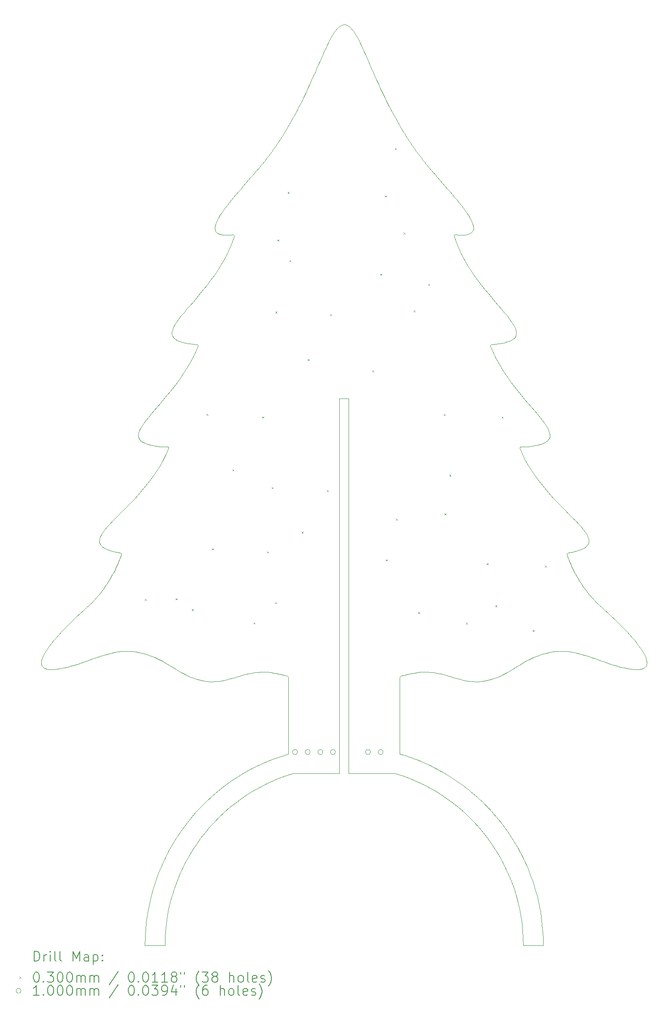
<source format=gbr>
%TF.GenerationSoftware,KiCad,Pcbnew,8.0.6*%
%TF.CreationDate,2024-11-23T10:48:38+01:00*%
%TF.ProjectId,ChristmasTree,43687269-7374-46d6-9173-547265652e6b,rev?*%
%TF.SameCoordinates,Original*%
%TF.FileFunction,Drillmap*%
%TF.FilePolarity,Positive*%
%FSLAX45Y45*%
G04 Gerber Fmt 4.5, Leading zero omitted, Abs format (unit mm)*
G04 Created by KiCad (PCBNEW 8.0.6) date 2024-11-23 10:48:38*
%MOMM*%
%LPD*%
G01*
G04 APERTURE LIST*
%ADD10C,0.100000*%
%ADD11C,0.200000*%
G04 APERTURE END LIST*
D10*
X14473817Y-12693140D02*
X14484143Y-12691380D01*
X14490388Y-12690314D01*
X15694412Y-15007000D02*
X15763566Y-15017272D01*
X15825114Y-15022857D01*
X15879262Y-15023909D01*
X15926216Y-15020582D01*
X15966182Y-15013029D01*
X15999364Y-15001405D01*
X16025970Y-14985864D01*
X16046205Y-14966560D01*
X16060274Y-14943647D01*
X16068383Y-14917279D01*
X16070738Y-14887609D01*
X16067544Y-14854792D01*
X16059009Y-14818982D01*
X16045336Y-14780333D01*
X16026732Y-14738999D01*
X16003403Y-14695134D01*
X15975554Y-14648891D01*
X15943391Y-14600426D01*
X15907120Y-14549891D01*
X15866946Y-14497441D01*
X15823076Y-14443230D01*
X15775715Y-14387413D01*
X15725068Y-14330142D01*
X15671342Y-14271572D01*
X15614742Y-14211856D01*
X15555475Y-14151150D01*
X15493744Y-14089607D01*
X15429757Y-14027381D01*
X15363720Y-13964626D01*
X15295837Y-13901495D01*
X15226315Y-13838144D01*
X15155359Y-13774726D01*
X11556342Y-4791617D02*
X11539745Y-4770038D01*
X11523293Y-4748430D01*
X11506983Y-4726795D01*
X11490815Y-4705135D01*
X11474788Y-4683450D01*
X11458901Y-4661745D01*
X11443154Y-4640019D01*
X11427545Y-4618276D01*
X11412073Y-4596517D01*
X11396738Y-4574743D01*
X11381539Y-4552957D01*
X11366475Y-4531161D01*
X11351544Y-4509357D01*
X11336746Y-4487545D01*
X11322081Y-4465729D01*
X11307546Y-4443910D01*
X11293141Y-4422090D01*
X11278866Y-4400271D01*
X11264720Y-4378454D01*
X11250700Y-4356642D01*
X11236808Y-4334836D01*
X11223041Y-4313039D01*
X11209398Y-4291252D01*
X11195880Y-4269477D01*
X11182484Y-4247715D01*
X11169211Y-4225970D01*
X11156058Y-4204242D01*
X11143026Y-4182534D01*
X11130113Y-4160847D01*
X11117319Y-4139183D01*
X11104642Y-4117545D01*
X11092081Y-4095933D01*
X13690990Y-10558836D02*
X13790835Y-10546286D01*
X13876291Y-10530470D01*
X13947998Y-10511392D01*
X14006599Y-10489053D01*
X14052736Y-10463455D01*
X14087050Y-10434601D01*
X14110183Y-10402493D01*
X14122777Y-10367133D01*
X14125473Y-10328524D01*
X14118913Y-10286669D01*
X14103740Y-10241568D01*
X14080594Y-10193226D01*
X14050118Y-10141643D01*
X14012954Y-10086823D01*
X13969742Y-10028767D01*
X13921125Y-9967478D01*
X13867745Y-9902958D01*
X13810243Y-9835210D01*
X13749261Y-9764236D01*
X13685442Y-9690038D01*
X13619425Y-9612618D01*
X13551855Y-9531979D01*
X13483371Y-9448123D01*
X13414616Y-9361053D01*
X13346232Y-9270770D01*
X13278860Y-9177277D01*
X13213143Y-9080577D01*
X13149721Y-8980671D01*
X13089238Y-8877562D01*
X13032333Y-8771252D01*
X12979650Y-8661744D01*
X12931830Y-8549040D01*
X10086666Y-16715836D02*
X10086666Y-17104958D01*
X12931830Y-8549040D02*
X12929247Y-8538223D01*
X12930947Y-8527229D01*
X12937192Y-8518661D01*
X12947429Y-8513228D01*
X12956875Y-8511659D01*
X8877336Y-16715492D02*
X8722833Y-16763827D01*
X8571093Y-16818184D01*
X8422257Y-16878422D01*
X8276465Y-16944400D01*
X8133858Y-17015978D01*
X7994576Y-17093015D01*
X7858760Y-17175372D01*
X7726550Y-17262906D01*
X7598086Y-17355478D01*
X7473509Y-17452948D01*
X7352959Y-17555174D01*
X7236578Y-17662017D01*
X7124504Y-17773336D01*
X7016879Y-17888990D01*
X6913843Y-18008839D01*
X6815537Y-18132742D01*
X6722100Y-18260559D01*
X6633674Y-18392150D01*
X6550399Y-18527373D01*
X6472415Y-18666089D01*
X6399863Y-18808157D01*
X6332883Y-18953436D01*
X6271615Y-19101786D01*
X6216200Y-19253066D01*
X6166779Y-19407137D01*
X6123492Y-19563856D01*
X6086479Y-19723085D01*
X6055880Y-19884682D01*
X6031837Y-20048507D01*
X6014490Y-20214420D01*
X6003978Y-20382279D01*
X6000443Y-20551945D01*
X8437070Y-4791617D02*
X8429916Y-4800837D01*
X8422674Y-4810110D01*
X8415347Y-4819435D01*
X8407937Y-4828810D01*
X8400445Y-4838234D01*
X8392873Y-4847707D01*
X8385223Y-4857227D01*
X8377497Y-4866793D01*
X8369696Y-4876404D01*
X8361823Y-4886059D01*
X8353879Y-4895757D01*
X8345866Y-4905497D01*
X8337786Y-4915277D01*
X8329640Y-4925096D01*
X8321431Y-4934955D01*
X8313160Y-4944850D01*
X8304829Y-4954782D01*
X8296439Y-4964748D01*
X8287994Y-4974749D01*
X8279494Y-4984783D01*
X8270941Y-4994849D01*
X8262338Y-5004945D01*
X8253685Y-5015071D01*
X8244985Y-5025226D01*
X8236239Y-5035408D01*
X8227450Y-5045617D01*
X8218619Y-5055850D01*
X8209748Y-5066108D01*
X8200839Y-5076389D01*
X8191893Y-5086692D01*
X8182913Y-5097016D01*
X8173900Y-5107360D01*
X7790442Y-6344889D02*
X7748163Y-6466522D01*
X7699728Y-6584694D01*
X7645863Y-6699403D01*
X7587291Y-6810646D01*
X7524737Y-6918420D01*
X7458925Y-7022722D01*
X7390578Y-7123551D01*
X7320422Y-7220902D01*
X7249180Y-7314775D01*
X7177576Y-7405165D01*
X7106335Y-7492071D01*
X7036181Y-7575489D01*
X6967838Y-7655417D01*
X6902030Y-7731853D01*
X6839482Y-7804793D01*
X6780917Y-7874235D01*
X6727060Y-7940177D01*
X6678635Y-8002615D01*
X6636366Y-8061548D01*
X6600977Y-8116972D01*
X6573193Y-8168884D01*
X6553737Y-8217283D01*
X6543334Y-8262165D01*
X6542708Y-8303528D01*
X6552583Y-8341369D01*
X6573684Y-8375686D01*
X6606734Y-8406476D01*
X6652458Y-8433735D01*
X6711580Y-8457463D01*
X6784824Y-8477655D01*
X6872914Y-8494309D01*
X6976575Y-8507423D01*
X10034818Y-2110164D02*
X10024280Y-2107369D01*
X10013516Y-2105736D01*
X10003279Y-2104989D01*
X9996697Y-2104859D01*
X12202986Y-6344889D02*
X12201314Y-6334122D01*
X12203852Y-6323788D01*
X12211934Y-6315707D01*
X12222861Y-6312625D01*
X12230476Y-6312797D01*
X7036900Y-8511659D02*
X7047870Y-8513781D01*
X7057453Y-8519705D01*
X7063027Y-8528665D01*
X7064018Y-8539950D01*
X7061601Y-8549040D01*
X11142172Y-15152349D02*
X11156487Y-15148785D01*
X11170987Y-15145237D01*
X11185675Y-15141706D01*
X11200555Y-15138191D01*
X11215631Y-15134692D01*
X11230906Y-15131209D01*
X11246385Y-15127743D01*
X11262070Y-15124294D01*
X11277967Y-15120861D01*
X11294078Y-15117444D01*
X11310407Y-15114045D01*
X11326957Y-15110662D01*
X11343734Y-15107295D01*
X11360740Y-15103946D01*
X11377979Y-15100613D01*
X11395455Y-15097297D01*
X8878749Y-16715492D02*
X8877336Y-16715492D01*
X5523144Y-12732277D02*
X5511801Y-12763292D01*
X5499927Y-12794669D01*
X5487508Y-12826383D01*
X5474533Y-12858406D01*
X5460991Y-12890714D01*
X5446870Y-12923279D01*
X5432159Y-12956076D01*
X5416845Y-12989078D01*
X5400917Y-13022260D01*
X5384363Y-13055595D01*
X5367173Y-13089056D01*
X5349334Y-13122618D01*
X5330834Y-13156255D01*
X5311662Y-13189941D01*
X5291807Y-13223648D01*
X5271256Y-13257352D01*
X5249998Y-13291025D01*
X5228022Y-13324643D01*
X5205316Y-13358178D01*
X5181867Y-13391604D01*
X5157666Y-13424896D01*
X5132699Y-13458026D01*
X5106956Y-13490970D01*
X5080424Y-13523700D01*
X5053093Y-13556191D01*
X5024950Y-13588416D01*
X4995983Y-13620350D01*
X4966182Y-13651966D01*
X4935535Y-13683237D01*
X4904029Y-13714139D01*
X4871654Y-13744643D01*
X4838397Y-13774726D01*
X6447065Y-10563419D02*
X6458028Y-10564424D01*
X6467606Y-10569250D01*
X6473613Y-10578742D01*
X6473901Y-10589755D01*
X6471750Y-10596904D01*
X12956875Y-8511659D02*
X12967698Y-8511183D01*
X12978727Y-8510557D01*
X12989949Y-8509785D01*
X13001353Y-8508868D01*
X13012926Y-8507808D01*
X13016819Y-8507423D01*
X4838397Y-13774726D02*
X4767410Y-13838144D01*
X4697859Y-13901495D01*
X4629949Y-13964626D01*
X4563885Y-14027381D01*
X4499875Y-14089607D01*
X4438122Y-14151150D01*
X4378834Y-14211856D01*
X4322215Y-14271572D01*
X4268472Y-14330142D01*
X4217809Y-14387413D01*
X4170433Y-14443230D01*
X4126550Y-14497441D01*
X4086364Y-14549891D01*
X4050083Y-14600426D01*
X4017910Y-14648891D01*
X3990053Y-14695134D01*
X3966716Y-14738999D01*
X3948105Y-14780333D01*
X3934427Y-14818982D01*
X3925886Y-14854792D01*
X3922689Y-14887609D01*
X3925040Y-14917279D01*
X3933146Y-14943647D01*
X3947213Y-14966560D01*
X3967446Y-14985864D01*
X3994050Y-15001405D01*
X4027232Y-15013029D01*
X4067197Y-15020582D01*
X4114150Y-15023909D01*
X4168298Y-15022857D01*
X4229846Y-15017272D01*
X4299000Y-15007000D01*
X11114648Y-15199616D02*
X11115375Y-15187838D01*
X11117780Y-15176739D01*
X11122193Y-15166919D01*
X11128948Y-15158978D01*
X11138377Y-15153515D01*
X11142172Y-15152349D01*
X9904627Y-16715492D02*
X9904627Y-9595039D01*
X6471750Y-10596904D02*
X6420560Y-10714895D01*
X6363512Y-10828985D01*
X6301329Y-10939228D01*
X6234730Y-11045672D01*
X6164436Y-11148369D01*
X6091169Y-11247370D01*
X6015647Y-11342726D01*
X5938593Y-11434486D01*
X5860726Y-11522703D01*
X5782768Y-11607426D01*
X5705438Y-11688707D01*
X5629459Y-11766596D01*
X5555549Y-11841144D01*
X5484430Y-11912402D01*
X5416822Y-11980421D01*
X5353447Y-12045251D01*
X5295024Y-12106943D01*
X5242275Y-12165548D01*
X5195919Y-12221117D01*
X5156678Y-12273701D01*
X5125272Y-12323349D01*
X5102422Y-12370114D01*
X5088848Y-12414045D01*
X5085271Y-12455195D01*
X5092412Y-12493612D01*
X5110991Y-12529349D01*
X5141729Y-12562455D01*
X5185347Y-12592982D01*
X5242564Y-12620981D01*
X5314103Y-12646502D01*
X5400683Y-12669596D01*
X5503025Y-12690314D01*
X5519611Y-12693140D02*
X5526709Y-12700731D01*
X5527697Y-12711263D01*
X5526353Y-12721183D01*
X5523144Y-12732277D01*
X13447558Y-14976994D02*
X13539912Y-14918315D01*
X13629285Y-14866495D01*
X13715833Y-14821233D01*
X13799710Y-14782227D01*
X13881073Y-14749177D01*
X13960076Y-14721780D01*
X14036874Y-14699736D01*
X14111623Y-14682743D01*
X14184478Y-14670500D01*
X14255594Y-14662706D01*
X14325127Y-14659059D01*
X14393231Y-14659259D01*
X14460062Y-14663004D01*
X14525775Y-14669992D01*
X14590526Y-14679923D01*
X14654469Y-14692494D01*
X14717759Y-14707406D01*
X14780553Y-14724356D01*
X14843005Y-14743044D01*
X14905271Y-14763168D01*
X14967505Y-14784426D01*
X15029863Y-14806518D01*
X15092500Y-14829142D01*
X15155572Y-14851997D01*
X15219234Y-14874782D01*
X15283640Y-14897195D01*
X15348946Y-14918935D01*
X15415308Y-14939702D01*
X15482880Y-14959192D01*
X15551818Y-14977107D01*
X15622277Y-14993143D01*
X15694412Y-15007000D01*
X8901331Y-4095933D02*
X8888773Y-4117545D01*
X8876101Y-4139183D01*
X8863312Y-4160847D01*
X8850406Y-4182534D01*
X8837382Y-4204242D01*
X8824239Y-4225970D01*
X8810976Y-4247715D01*
X8797591Y-4269477D01*
X8784084Y-4291252D01*
X8770452Y-4313039D01*
X8756697Y-4334836D01*
X8742815Y-4356642D01*
X8728806Y-4378454D01*
X8714670Y-4400271D01*
X8700404Y-4422090D01*
X8686008Y-4443910D01*
X8671481Y-4465729D01*
X8656822Y-4487545D01*
X8642028Y-4509357D01*
X8627101Y-4531161D01*
X8612037Y-4552957D01*
X8596837Y-4574743D01*
X8581499Y-4596517D01*
X8566022Y-4618276D01*
X8550405Y-4640019D01*
X8534646Y-4661745D01*
X8518746Y-4683450D01*
X8502702Y-4705135D01*
X8486513Y-4726795D01*
X8470179Y-4748430D01*
X8453699Y-4770038D01*
X8437070Y-4791617D01*
X14470269Y-12732277D02*
X14467057Y-12721183D01*
X14465710Y-12711263D01*
X14466698Y-12700732D01*
X14473817Y-12693140D01*
X9996697Y-2104859D02*
X9986234Y-2105191D01*
X9976201Y-2106187D01*
X9965799Y-2108098D01*
X9958613Y-2110164D01*
X14490388Y-12690314D02*
X14592728Y-12669596D01*
X14679307Y-12646502D01*
X14750844Y-12620981D01*
X14808060Y-12592982D01*
X14851677Y-12562455D01*
X14882414Y-12529349D01*
X14900992Y-12493612D01*
X14908132Y-12455195D01*
X14904554Y-12414045D01*
X14890980Y-12370114D01*
X14868129Y-12323349D01*
X14836723Y-12273701D01*
X14797481Y-12221117D01*
X14751125Y-12165548D01*
X14698376Y-12106943D01*
X14639953Y-12045251D01*
X14576577Y-11980421D01*
X14508970Y-11912402D01*
X14437851Y-11841144D01*
X14363941Y-11766596D01*
X14287962Y-11688707D01*
X14210633Y-11607426D01*
X14132675Y-11522703D01*
X14054809Y-11434486D01*
X13977756Y-11342726D01*
X13902235Y-11247370D01*
X13828969Y-11148369D01*
X13758676Y-11045672D01*
X13692079Y-10939228D01*
X13629897Y-10828985D01*
X13572851Y-10714895D01*
X13521662Y-10596904D01*
X7061601Y-8549040D02*
X7013777Y-8661744D01*
X6961091Y-8771252D01*
X6904184Y-8877562D01*
X6843697Y-8980671D01*
X6780273Y-9080577D01*
X6714553Y-9177277D01*
X6647180Y-9270770D01*
X6578794Y-9361053D01*
X6510037Y-9448123D01*
X6441552Y-9531979D01*
X6373980Y-9612618D01*
X6307962Y-9690038D01*
X6244141Y-9764236D01*
X6183159Y-9835210D01*
X6125656Y-9902958D01*
X6072276Y-9967478D01*
X6023658Y-10028767D01*
X5980447Y-10086823D01*
X5943282Y-10141643D01*
X5912806Y-10193226D01*
X5889660Y-10241568D01*
X5874487Y-10286669D01*
X5867929Y-10328524D01*
X5870626Y-10367133D01*
X5883220Y-10402493D01*
X5906354Y-10434601D01*
X5940669Y-10463455D01*
X5986807Y-10489053D01*
X6045409Y-10511392D01*
X6117118Y-10530470D01*
X6202575Y-10546286D01*
X6302422Y-10558836D01*
X11395455Y-15097297D02*
X11468361Y-15085597D01*
X11538404Y-15078406D01*
X11605815Y-15075325D01*
X11670821Y-15075954D01*
X11733655Y-15079893D01*
X11794544Y-15086744D01*
X11853718Y-15096105D01*
X11911408Y-15107577D01*
X11967843Y-15120761D01*
X12023252Y-15135256D01*
X12077865Y-15150664D01*
X12131911Y-15166584D01*
X12185621Y-15182616D01*
X12239224Y-15198362D01*
X12292950Y-15213420D01*
X12347028Y-15227392D01*
X12401687Y-15239878D01*
X12457158Y-15250477D01*
X12513671Y-15258791D01*
X12571454Y-15264419D01*
X12630737Y-15266962D01*
X12691751Y-15266021D01*
X12754724Y-15261194D01*
X12819886Y-15252083D01*
X12887468Y-15238289D01*
X12957698Y-15219410D01*
X13030806Y-15195048D01*
X13107022Y-15164802D01*
X13186576Y-15128274D01*
X13269696Y-15085063D01*
X13356614Y-15034769D01*
X13447558Y-14976994D01*
X13990506Y-20551945D02*
X13989620Y-20466960D01*
X13986973Y-20382406D01*
X13982584Y-20298300D01*
X13976470Y-20214660D01*
X13968647Y-20131505D01*
X13959134Y-20048851D01*
X13947947Y-19966716D01*
X13935105Y-19885119D01*
X13920625Y-19804075D01*
X13904524Y-19723604D01*
X13886820Y-19643722D01*
X13867530Y-19564448D01*
X13846671Y-19485799D01*
X13824262Y-19407793D01*
X13800319Y-19330446D01*
X13774860Y-19253778D01*
X13747902Y-19177805D01*
X13719463Y-19102545D01*
X13689561Y-19028016D01*
X13658212Y-18954236D01*
X13625434Y-18881221D01*
X13591245Y-18808990D01*
X13555662Y-18737560D01*
X13518703Y-18666950D01*
X13480385Y-18597176D01*
X13440725Y-18528256D01*
X13399741Y-18460208D01*
X13357450Y-18393049D01*
X13313870Y-18326798D01*
X13269018Y-18261471D01*
X13222912Y-18197086D01*
X13175569Y-18133662D01*
X11819512Y-5107360D02*
X11810532Y-5097016D01*
X11801583Y-5086692D01*
X11792666Y-5076389D01*
X11783783Y-5066108D01*
X11774936Y-5055850D01*
X11766128Y-5045617D01*
X11757359Y-5035408D01*
X11748631Y-5025226D01*
X11739947Y-5015071D01*
X11731308Y-5004945D01*
X11722716Y-4994849D01*
X11714173Y-4984783D01*
X11705681Y-4974749D01*
X11697240Y-4964748D01*
X11688855Y-4954782D01*
X11680525Y-4944850D01*
X11672252Y-4934955D01*
X11664040Y-4925096D01*
X11655889Y-4915277D01*
X11647801Y-4905497D01*
X11639779Y-4895757D01*
X11631823Y-4886059D01*
X11623936Y-4876404D01*
X11616119Y-4866793D01*
X11608375Y-4857227D01*
X11600705Y-4847707D01*
X11593111Y-4838234D01*
X11585594Y-4828810D01*
X11578157Y-4819435D01*
X11570802Y-4810110D01*
X11563530Y-4800837D01*
X11556342Y-4791617D01*
X6976575Y-8507423D02*
X6988207Y-8508529D01*
X6999692Y-8509492D01*
X7011029Y-8510312D01*
X7022217Y-8510987D01*
X7033254Y-8511516D01*
X7036900Y-8511659D01*
X6400487Y-20551945D02*
X6403561Y-20404003D01*
X6412711Y-20257197D01*
X6427827Y-20111676D01*
X6448799Y-19967583D01*
X6475519Y-19825066D01*
X6507878Y-19684269D01*
X6545766Y-19545338D01*
X6589074Y-19408420D01*
X6637693Y-19273660D01*
X6691513Y-19141203D01*
X6750426Y-19011195D01*
X6814321Y-18883783D01*
X6883091Y-18759112D01*
X6956625Y-18637327D01*
X7034815Y-18518575D01*
X7117551Y-18403000D01*
X7204723Y-18290750D01*
X7296224Y-18181969D01*
X7391943Y-18076803D01*
X7491771Y-17975399D01*
X7595600Y-17877901D01*
X7703319Y-17784456D01*
X7814819Y-17695209D01*
X7929993Y-17610306D01*
X8048729Y-17529893D01*
X8170919Y-17454116D01*
X8296454Y-17383119D01*
X8425224Y-17317050D01*
X8557120Y-17256054D01*
X8692034Y-17200276D01*
X8829855Y-17149862D01*
X8970475Y-17104958D01*
X8878749Y-15199616D02*
X8878749Y-16715492D01*
X6302422Y-10558836D02*
X6317083Y-10560209D01*
X6331507Y-10561367D01*
X6345697Y-10562318D01*
X6359656Y-10563066D01*
X6373387Y-10563621D01*
X6386895Y-10563987D01*
X6400181Y-10564173D01*
X6413251Y-10564185D01*
X6426106Y-10564030D01*
X6438750Y-10563714D01*
X6447065Y-10563419D01*
X13175569Y-18133662D02*
X13165056Y-18119926D01*
X13154485Y-18106235D01*
X13143857Y-18092591D01*
X13133171Y-18078993D01*
X13122428Y-18065441D01*
X13111628Y-18051936D01*
X13100770Y-18038478D01*
X13089855Y-18025067D01*
X13078884Y-18011704D01*
X13067856Y-17998388D01*
X13056771Y-17985121D01*
X13045630Y-17971902D01*
X13034432Y-17958732D01*
X13023178Y-17945610D01*
X13011868Y-17932538D01*
X13000502Y-17919515D01*
X12989081Y-17906542D01*
X12977603Y-17893618D01*
X12966071Y-17880745D01*
X12954482Y-17867922D01*
X12942839Y-17855150D01*
X12931140Y-17842429D01*
X12919386Y-17829759D01*
X12907578Y-17817141D01*
X12895714Y-17804575D01*
X12883796Y-17792060D01*
X12871824Y-17779598D01*
X12859797Y-17767189D01*
X12847716Y-17754832D01*
X12835580Y-17742528D01*
X12823391Y-17730278D01*
X12811148Y-17718082D01*
X10086666Y-17104958D02*
X11020803Y-17104958D01*
X9904627Y-9595039D02*
X10086666Y-9595039D01*
X11092081Y-4095933D02*
X11039612Y-4003589D01*
X10989172Y-3911855D01*
X10940686Y-3820865D01*
X10894075Y-3730754D01*
X10849261Y-3641656D01*
X10806167Y-3553706D01*
X10764715Y-3467038D01*
X10724828Y-3381786D01*
X10686427Y-3298085D01*
X10649435Y-3216069D01*
X10613774Y-3135873D01*
X10579367Y-3057631D01*
X10546135Y-2981478D01*
X10514002Y-2907548D01*
X10482890Y-2835975D01*
X10452720Y-2766894D01*
X10423415Y-2700439D01*
X10394897Y-2636744D01*
X10367090Y-2575945D01*
X10339914Y-2518175D01*
X10313292Y-2463569D01*
X10287148Y-2412261D01*
X10261402Y-2364387D01*
X10235977Y-2320079D01*
X10210795Y-2279472D01*
X10185780Y-2242702D01*
X10160853Y-2209902D01*
X10135936Y-2181207D01*
X10110951Y-2156751D01*
X10085822Y-2136669D01*
X10060470Y-2121095D01*
X10034818Y-2110164D01*
X9904627Y-17104958D02*
X9904627Y-16715492D01*
X4299000Y-15007000D02*
X4371136Y-14993143D01*
X4441598Y-14977107D01*
X4510541Y-14959192D01*
X4578119Y-14939702D01*
X4644488Y-14918935D01*
X4709803Y-14897195D01*
X4774219Y-14874782D01*
X4837890Y-14851997D01*
X4900973Y-14829142D01*
X4963621Y-14806518D01*
X5025990Y-14784426D01*
X5088236Y-14763168D01*
X5150512Y-14743044D01*
X5212974Y-14724356D01*
X5275777Y-14707406D01*
X5339076Y-14692494D01*
X5403027Y-14679923D01*
X5467783Y-14669992D01*
X5533501Y-14663004D01*
X5600335Y-14659259D01*
X5668440Y-14659059D01*
X5737971Y-14662706D01*
X5809084Y-14670500D01*
X5881933Y-14682743D01*
X5956673Y-14699736D01*
X6033460Y-14721780D01*
X6112448Y-14749177D01*
X6193793Y-14782227D01*
X6277649Y-14821233D01*
X6364171Y-14866495D01*
X6453515Y-14918315D01*
X6545836Y-14976994D01*
X8851584Y-15152349D02*
X8861825Y-15156852D01*
X8869331Y-15164034D01*
X8874427Y-15173294D01*
X8877433Y-15184033D01*
X8878673Y-15195652D01*
X8878749Y-15199616D01*
X13016819Y-8507423D02*
X13120481Y-8494309D01*
X13208573Y-8477655D01*
X13281817Y-8457463D01*
X13340940Y-8433735D01*
X13386665Y-8406476D01*
X13419716Y-8375686D01*
X13440817Y-8341369D01*
X13450693Y-8303528D01*
X13450067Y-8262165D01*
X13439665Y-8217283D01*
X13420210Y-8168884D01*
X13392426Y-8116972D01*
X13357037Y-8061548D01*
X13314768Y-8002615D01*
X13266344Y-7940177D01*
X13212487Y-7874235D01*
X13153923Y-7804793D01*
X13091375Y-7731853D01*
X13025567Y-7655417D01*
X12957225Y-7575489D01*
X12887072Y-7492071D01*
X12815832Y-7405165D01*
X12744230Y-7314775D01*
X12672989Y-7220902D01*
X12602834Y-7123551D01*
X12534489Y-7022722D01*
X12468678Y-6918420D01*
X12406126Y-6810646D01*
X12347557Y-6699403D01*
X12293694Y-6584694D01*
X12245262Y-6466522D01*
X12202986Y-6344889D01*
X13521662Y-10596904D02*
X13519077Y-10586393D01*
X13520757Y-10576021D01*
X13528160Y-10567503D01*
X13538787Y-10563742D01*
X13546364Y-10563419D01*
X10086666Y-9595039D02*
X10086666Y-16715836D01*
X11114648Y-16715836D02*
X11114648Y-15199616D01*
X8597939Y-15097297D02*
X8615416Y-15100613D01*
X8632657Y-15103946D01*
X8649666Y-15107295D01*
X8666448Y-15110662D01*
X8683006Y-15114045D01*
X8699346Y-15117444D01*
X8715470Y-15120861D01*
X8731383Y-15124294D01*
X8747089Y-15127743D01*
X8762592Y-15131209D01*
X8777897Y-15134692D01*
X8793007Y-15138191D01*
X8807927Y-15141706D01*
X8822660Y-15145237D01*
X8837211Y-15148785D01*
X8851584Y-15152349D01*
X7762918Y-6312797D02*
X7773990Y-6313083D01*
X7783962Y-6317303D01*
X7790741Y-6326460D01*
X7791962Y-6337537D01*
X7790442Y-6344889D01*
X5503025Y-12690314D02*
X5513370Y-12692043D01*
X5519611Y-12693140D01*
X12811148Y-17718082D02*
X12767062Y-17674927D01*
X12722316Y-17632452D01*
X12676919Y-17590666D01*
X12630880Y-17549577D01*
X12584205Y-17509194D01*
X12536905Y-17469524D01*
X12488987Y-17430576D01*
X12440460Y-17392358D01*
X12391332Y-17354878D01*
X12341611Y-17318146D01*
X12291305Y-17282169D01*
X12240424Y-17246955D01*
X12188974Y-17212513D01*
X12136966Y-17178852D01*
X12084406Y-17145979D01*
X12031303Y-17113902D01*
X11977666Y-17082631D01*
X11923503Y-17052173D01*
X11868822Y-17022537D01*
X11813632Y-16993731D01*
X11757941Y-16965764D01*
X11701756Y-16938643D01*
X11645088Y-16912377D01*
X11587943Y-16886975D01*
X11530331Y-16862444D01*
X11472259Y-16838794D01*
X11413736Y-16816031D01*
X11354771Y-16794166D01*
X11295371Y-16773205D01*
X11235545Y-16753157D01*
X11175301Y-16734032D01*
X11114648Y-16715836D01*
X9958613Y-2110164D02*
X9932989Y-2121095D01*
X9907662Y-2136669D01*
X9882555Y-2156751D01*
X9857589Y-2181207D01*
X9832687Y-2209902D01*
X9807771Y-2242702D01*
X9782765Y-2279472D01*
X9757591Y-2320079D01*
X9732170Y-2364387D01*
X9706427Y-2412261D01*
X9680282Y-2463569D01*
X9653658Y-2518175D01*
X9626479Y-2575945D01*
X9598666Y-2636744D01*
X9570142Y-2700439D01*
X9540830Y-2766894D01*
X9510652Y-2835975D01*
X9479529Y-2907548D01*
X9447386Y-2981478D01*
X9414144Y-3057631D01*
X9379726Y-3135873D01*
X9344055Y-3216069D01*
X9307052Y-3298085D01*
X9268640Y-3381786D01*
X9228742Y-3467038D01*
X9187281Y-3553706D01*
X9144178Y-3641656D01*
X9099356Y-3730754D01*
X9052738Y-3820865D01*
X9004247Y-3911855D01*
X8953803Y-4003589D01*
X8901331Y-4095933D01*
X12230476Y-6312797D02*
X12299906Y-6319519D01*
X12361084Y-6321738D01*
X12414303Y-6319618D01*
X12459859Y-6313321D01*
X12498045Y-6303013D01*
X12529156Y-6288858D01*
X12553486Y-6271019D01*
X12571331Y-6249660D01*
X12582984Y-6224945D01*
X12588740Y-6197038D01*
X12588894Y-6166103D01*
X12583740Y-6132304D01*
X12573572Y-6095805D01*
X12558686Y-6056770D01*
X12539375Y-6015363D01*
X12515934Y-5971748D01*
X12488657Y-5926088D01*
X12457840Y-5878548D01*
X12423776Y-5829292D01*
X12386760Y-5778483D01*
X12347087Y-5726285D01*
X12305051Y-5672863D01*
X12260946Y-5618381D01*
X12215067Y-5563001D01*
X12167709Y-5506889D01*
X12119165Y-5450209D01*
X12069732Y-5393123D01*
X12019702Y-5335796D01*
X11969370Y-5278393D01*
X11919032Y-5221076D01*
X11868981Y-5164011D01*
X11819512Y-5107360D01*
X6545836Y-14976994D02*
X6636780Y-15034769D01*
X6723697Y-15085063D01*
X6806818Y-15128274D01*
X6886372Y-15164802D01*
X6962588Y-15195048D01*
X7035696Y-15219410D01*
X7105926Y-15238289D01*
X7173507Y-15252083D01*
X7238670Y-15261194D01*
X7301643Y-15266021D01*
X7362657Y-15266962D01*
X7421940Y-15264419D01*
X7479723Y-15258791D01*
X7536235Y-15250477D01*
X7591706Y-15239878D01*
X7646366Y-15227392D01*
X7700444Y-15213420D01*
X7754169Y-15198362D01*
X7807772Y-15182616D01*
X7861482Y-15166584D01*
X7915529Y-15150664D01*
X7970142Y-15135256D01*
X8025551Y-15120761D01*
X8081986Y-15107577D01*
X8139675Y-15096105D01*
X8198850Y-15086744D01*
X8259739Y-15079893D01*
X8322572Y-15075954D01*
X8387579Y-15075325D01*
X8454990Y-15078406D01*
X8525033Y-15085597D01*
X8597939Y-15097297D01*
X11020803Y-17104958D02*
X11161392Y-17149926D01*
X11299186Y-17200398D01*
X11434073Y-17256229D01*
X11565945Y-17317271D01*
X11694692Y-17383382D01*
X11820206Y-17454413D01*
X11942377Y-17530221D01*
X12061095Y-17610659D01*
X12176251Y-17695582D01*
X12287737Y-17784845D01*
X12395442Y-17878302D01*
X12499258Y-17975807D01*
X12599075Y-18077215D01*
X12694783Y-18182380D01*
X12786275Y-18291157D01*
X12873439Y-18403400D01*
X12956168Y-18518964D01*
X13034351Y-18637703D01*
X13107880Y-18759472D01*
X13176645Y-18884125D01*
X13240537Y-19011516D01*
X13299446Y-19141501D01*
X13353264Y-19273933D01*
X13401880Y-19408667D01*
X13445186Y-19545557D01*
X13483073Y-19684458D01*
X13515431Y-19825225D01*
X13542150Y-19967712D01*
X13563123Y-20111772D01*
X13578238Y-20257262D01*
X13587388Y-20404035D01*
X13590462Y-20551945D01*
X15155359Y-13774726D02*
X15122070Y-13744643D01*
X15089664Y-13714139D01*
X15058130Y-13683237D01*
X15027457Y-13651966D01*
X14997631Y-13620350D01*
X14968643Y-13588416D01*
X14940479Y-13556191D01*
X14913129Y-13523700D01*
X14886580Y-13490970D01*
X14860821Y-13458026D01*
X14835840Y-13424896D01*
X14811626Y-13391604D01*
X14788167Y-13358178D01*
X14765450Y-13324643D01*
X14743465Y-13291025D01*
X14722200Y-13257352D01*
X14701642Y-13223648D01*
X14681781Y-13189941D01*
X14662604Y-13156255D01*
X14644100Y-13122618D01*
X14626257Y-13089056D01*
X14609063Y-13055595D01*
X14592507Y-13022260D01*
X14576578Y-12989078D01*
X14561262Y-12956076D01*
X14546549Y-12923279D01*
X14532427Y-12890714D01*
X14518884Y-12858406D01*
X14505908Y-12826383D01*
X14493488Y-12794669D01*
X14481612Y-12763292D01*
X14470269Y-12732277D01*
X13590462Y-20551945D02*
X13990506Y-20551945D01*
X8970475Y-17104958D02*
X9904627Y-17104958D01*
X8173900Y-5107360D02*
X8124461Y-5164011D01*
X8074437Y-5221076D01*
X8024121Y-5278393D01*
X7973809Y-5335796D01*
X7923795Y-5393123D01*
X7874374Y-5450209D01*
X7825841Y-5506889D01*
X7778490Y-5563001D01*
X7732616Y-5618381D01*
X7688513Y-5672863D01*
X7646477Y-5726285D01*
X7606802Y-5778483D01*
X7569783Y-5829292D01*
X7535714Y-5878548D01*
X7504889Y-5926088D01*
X7477605Y-5971748D01*
X7454155Y-6015363D01*
X7434834Y-6056770D01*
X7419937Y-6095805D01*
X7409759Y-6132304D01*
X7404593Y-6166103D01*
X7404735Y-6197038D01*
X7410480Y-6224945D01*
X7422122Y-6249660D01*
X7439956Y-6271019D01*
X7464276Y-6288858D01*
X7495378Y-6303013D01*
X7533555Y-6313321D01*
X7579103Y-6319618D01*
X7632317Y-6321738D01*
X7693490Y-6319519D01*
X7762918Y-6312797D01*
X6000443Y-20551945D02*
X6400487Y-20551945D01*
X13546364Y-10563419D02*
X13558869Y-10563835D01*
X13571581Y-10564096D01*
X13584504Y-10564195D01*
X13597641Y-10564126D01*
X13610998Y-10563880D01*
X13624576Y-10563453D01*
X13638380Y-10562835D01*
X13652414Y-10562021D01*
X13666682Y-10561003D01*
X13681186Y-10559775D01*
X13690990Y-10558836D01*
D11*
D10*
X6001000Y-13612000D02*
X6031000Y-13642000D01*
X6031000Y-13612000D02*
X6001000Y-13642000D01*
X6619000Y-13598000D02*
X6649000Y-13628000D01*
X6649000Y-13598000D02*
X6619000Y-13628000D01*
X6943000Y-13815000D02*
X6973000Y-13845000D01*
X6973000Y-13815000D02*
X6943000Y-13845000D01*
X7236000Y-9905000D02*
X7266000Y-9935000D01*
X7266000Y-9905000D02*
X7236000Y-9935000D01*
X7345000Y-12601000D02*
X7375000Y-12631000D01*
X7375000Y-12601000D02*
X7345000Y-12631000D01*
X7758000Y-11016000D02*
X7788000Y-11046000D01*
X7788000Y-11016000D02*
X7758000Y-11046000D01*
X8178000Y-14082000D02*
X8208000Y-14112000D01*
X8208000Y-14082000D02*
X8178000Y-14112000D01*
X8355000Y-9958000D02*
X8385000Y-9988000D01*
X8385000Y-9958000D02*
X8355000Y-9988000D01*
X8450000Y-12658000D02*
X8480000Y-12688000D01*
X8480000Y-12658000D02*
X8450000Y-12688000D01*
X8543000Y-11372000D02*
X8573000Y-11402000D01*
X8573000Y-11372000D02*
X8543000Y-11402000D01*
X8612000Y-13677000D02*
X8642000Y-13707000D01*
X8642000Y-13677000D02*
X8612000Y-13707000D01*
X8618000Y-7852000D02*
X8648000Y-7882000D01*
X8648000Y-7852000D02*
X8618000Y-7882000D01*
X8659000Y-6409000D02*
X8689000Y-6439000D01*
X8689000Y-6409000D02*
X8659000Y-6439000D01*
X8866000Y-5459000D02*
X8896000Y-5489000D01*
X8896000Y-5459000D02*
X8866000Y-5489000D01*
X8899000Y-6824000D02*
X8929000Y-6854000D01*
X8929000Y-6824000D02*
X8899000Y-6854000D01*
X9146000Y-12264000D02*
X9176000Y-12294000D01*
X9176000Y-12264000D02*
X9146000Y-12294000D01*
X9267000Y-8805000D02*
X9297000Y-8835000D01*
X9297000Y-8805000D02*
X9267000Y-8835000D01*
X9654000Y-11431000D02*
X9684000Y-11461000D01*
X9684000Y-11431000D02*
X9654000Y-11461000D01*
X9717000Y-7906000D02*
X9747000Y-7936000D01*
X9747000Y-7906000D02*
X9717000Y-7936000D01*
X10561000Y-9033000D02*
X10591000Y-9063000D01*
X10591000Y-9033000D02*
X10561000Y-9063000D01*
X10723000Y-7098000D02*
X10753000Y-7128000D01*
X10753000Y-7098000D02*
X10723000Y-7128000D01*
X10815000Y-5529000D02*
X10845000Y-5559000D01*
X10845000Y-5529000D02*
X10815000Y-5559000D01*
X10834000Y-12821000D02*
X10864000Y-12851000D01*
X10864000Y-12821000D02*
X10834000Y-12851000D01*
X11014000Y-4581000D02*
X11044000Y-4611000D01*
X11044000Y-4581000D02*
X11014000Y-4611000D01*
X11039000Y-12005000D02*
X11069000Y-12035000D01*
X11069000Y-12005000D02*
X11039000Y-12035000D01*
X11191000Y-6269000D02*
X11221000Y-6299000D01*
X11221000Y-6269000D02*
X11191000Y-6299000D01*
X11392000Y-7828000D02*
X11422000Y-7858000D01*
X11422000Y-7828000D02*
X11392000Y-7858000D01*
X11481000Y-13873000D02*
X11511000Y-13903000D01*
X11511000Y-13873000D02*
X11481000Y-13903000D01*
X11683000Y-7299000D02*
X11713000Y-7329000D01*
X11713000Y-7299000D02*
X11683000Y-7329000D01*
X11998000Y-9908000D02*
X12028000Y-9938000D01*
X12028000Y-9908000D02*
X11998000Y-9938000D01*
X12009000Y-11899000D02*
X12039000Y-11929000D01*
X12039000Y-11899000D02*
X12009000Y-11929000D01*
X12108000Y-11122000D02*
X12138000Y-11152000D01*
X12138000Y-11122000D02*
X12108000Y-11152000D01*
X12442000Y-14085000D02*
X12472000Y-14115000D01*
X12472000Y-14085000D02*
X12442000Y-14115000D01*
X12857000Y-12896000D02*
X12887000Y-12926000D01*
X12887000Y-12896000D02*
X12857000Y-12926000D01*
X13030000Y-13740000D02*
X13060000Y-13770000D01*
X13060000Y-13740000D02*
X13030000Y-13770000D01*
X13156000Y-9960000D02*
X13186000Y-9990000D01*
X13186000Y-9960000D02*
X13156000Y-9990000D01*
X13780000Y-14233000D02*
X13810000Y-14263000D01*
X13810000Y-14233000D02*
X13780000Y-14263000D01*
X14026000Y-12942000D02*
X14056000Y-12972000D01*
X14056000Y-12942000D02*
X14026000Y-12972000D01*
X9061000Y-16678000D02*
G75*
G02*
X8961000Y-16678000I-50000J0D01*
G01*
X8961000Y-16678000D02*
G75*
G02*
X9061000Y-16678000I50000J0D01*
G01*
X9315000Y-16678000D02*
G75*
G02*
X9215000Y-16678000I-50000J0D01*
G01*
X9215000Y-16678000D02*
G75*
G02*
X9315000Y-16678000I50000J0D01*
G01*
X9569000Y-16678000D02*
G75*
G02*
X9469000Y-16678000I-50000J0D01*
G01*
X9469000Y-16678000D02*
G75*
G02*
X9569000Y-16678000I50000J0D01*
G01*
X9823000Y-16678000D02*
G75*
G02*
X9723000Y-16678000I-50000J0D01*
G01*
X9723000Y-16678000D02*
G75*
G02*
X9823000Y-16678000I50000J0D01*
G01*
X10526000Y-16678000D02*
G75*
G02*
X10426000Y-16678000I-50000J0D01*
G01*
X10426000Y-16678000D02*
G75*
G02*
X10526000Y-16678000I50000J0D01*
G01*
X10780000Y-16678000D02*
G75*
G02*
X10680000Y-16678000I-50000J0D01*
G01*
X10680000Y-16678000D02*
G75*
G02*
X10780000Y-16678000I50000J0D01*
G01*
D11*
X3775842Y-20868429D02*
X3775842Y-20668429D01*
X3775842Y-20668429D02*
X3823461Y-20668429D01*
X3823461Y-20668429D02*
X3852032Y-20677953D01*
X3852032Y-20677953D02*
X3871080Y-20697001D01*
X3871080Y-20697001D02*
X3880604Y-20716048D01*
X3880604Y-20716048D02*
X3890127Y-20754143D01*
X3890127Y-20754143D02*
X3890127Y-20782715D01*
X3890127Y-20782715D02*
X3880604Y-20820810D01*
X3880604Y-20820810D02*
X3871080Y-20839858D01*
X3871080Y-20839858D02*
X3852032Y-20858905D01*
X3852032Y-20858905D02*
X3823461Y-20868429D01*
X3823461Y-20868429D02*
X3775842Y-20868429D01*
X3975842Y-20868429D02*
X3975842Y-20735096D01*
X3975842Y-20773191D02*
X3985366Y-20754143D01*
X3985366Y-20754143D02*
X3994889Y-20744620D01*
X3994889Y-20744620D02*
X4013937Y-20735096D01*
X4013937Y-20735096D02*
X4032985Y-20735096D01*
X4099651Y-20868429D02*
X4099651Y-20735096D01*
X4099651Y-20668429D02*
X4090127Y-20677953D01*
X4090127Y-20677953D02*
X4099651Y-20687477D01*
X4099651Y-20687477D02*
X4109175Y-20677953D01*
X4109175Y-20677953D02*
X4099651Y-20668429D01*
X4099651Y-20668429D02*
X4099651Y-20687477D01*
X4223461Y-20868429D02*
X4204413Y-20858905D01*
X4204413Y-20858905D02*
X4194889Y-20839858D01*
X4194889Y-20839858D02*
X4194889Y-20668429D01*
X4328223Y-20868429D02*
X4309175Y-20858905D01*
X4309175Y-20858905D02*
X4299651Y-20839858D01*
X4299651Y-20839858D02*
X4299651Y-20668429D01*
X4556794Y-20868429D02*
X4556794Y-20668429D01*
X4556794Y-20668429D02*
X4623461Y-20811286D01*
X4623461Y-20811286D02*
X4690128Y-20668429D01*
X4690128Y-20668429D02*
X4690128Y-20868429D01*
X4871080Y-20868429D02*
X4871080Y-20763667D01*
X4871080Y-20763667D02*
X4861556Y-20744620D01*
X4861556Y-20744620D02*
X4842509Y-20735096D01*
X4842509Y-20735096D02*
X4804413Y-20735096D01*
X4804413Y-20735096D02*
X4785366Y-20744620D01*
X4871080Y-20858905D02*
X4852032Y-20868429D01*
X4852032Y-20868429D02*
X4804413Y-20868429D01*
X4804413Y-20868429D02*
X4785366Y-20858905D01*
X4785366Y-20858905D02*
X4775842Y-20839858D01*
X4775842Y-20839858D02*
X4775842Y-20820810D01*
X4775842Y-20820810D02*
X4785366Y-20801762D01*
X4785366Y-20801762D02*
X4804413Y-20792239D01*
X4804413Y-20792239D02*
X4852032Y-20792239D01*
X4852032Y-20792239D02*
X4871080Y-20782715D01*
X4966318Y-20735096D02*
X4966318Y-20935096D01*
X4966318Y-20744620D02*
X4985366Y-20735096D01*
X4985366Y-20735096D02*
X5023461Y-20735096D01*
X5023461Y-20735096D02*
X5042509Y-20744620D01*
X5042509Y-20744620D02*
X5052032Y-20754143D01*
X5052032Y-20754143D02*
X5061556Y-20773191D01*
X5061556Y-20773191D02*
X5061556Y-20830334D01*
X5061556Y-20830334D02*
X5052032Y-20849381D01*
X5052032Y-20849381D02*
X5042509Y-20858905D01*
X5042509Y-20858905D02*
X5023461Y-20868429D01*
X5023461Y-20868429D02*
X4985366Y-20868429D01*
X4985366Y-20868429D02*
X4966318Y-20858905D01*
X5147270Y-20849381D02*
X5156794Y-20858905D01*
X5156794Y-20858905D02*
X5147270Y-20868429D01*
X5147270Y-20868429D02*
X5137747Y-20858905D01*
X5137747Y-20858905D02*
X5147270Y-20849381D01*
X5147270Y-20849381D02*
X5147270Y-20868429D01*
X5147270Y-20744620D02*
X5156794Y-20754143D01*
X5156794Y-20754143D02*
X5147270Y-20763667D01*
X5147270Y-20763667D02*
X5137747Y-20754143D01*
X5137747Y-20754143D02*
X5147270Y-20744620D01*
X5147270Y-20744620D02*
X5147270Y-20763667D01*
D10*
X3485065Y-21181945D02*
X3515065Y-21211945D01*
X3515065Y-21181945D02*
X3485065Y-21211945D01*
D11*
X3813937Y-21088429D02*
X3832985Y-21088429D01*
X3832985Y-21088429D02*
X3852032Y-21097953D01*
X3852032Y-21097953D02*
X3861556Y-21107477D01*
X3861556Y-21107477D02*
X3871080Y-21126524D01*
X3871080Y-21126524D02*
X3880604Y-21164620D01*
X3880604Y-21164620D02*
X3880604Y-21212239D01*
X3880604Y-21212239D02*
X3871080Y-21250334D01*
X3871080Y-21250334D02*
X3861556Y-21269381D01*
X3861556Y-21269381D02*
X3852032Y-21278905D01*
X3852032Y-21278905D02*
X3832985Y-21288429D01*
X3832985Y-21288429D02*
X3813937Y-21288429D01*
X3813937Y-21288429D02*
X3794889Y-21278905D01*
X3794889Y-21278905D02*
X3785366Y-21269381D01*
X3785366Y-21269381D02*
X3775842Y-21250334D01*
X3775842Y-21250334D02*
X3766318Y-21212239D01*
X3766318Y-21212239D02*
X3766318Y-21164620D01*
X3766318Y-21164620D02*
X3775842Y-21126524D01*
X3775842Y-21126524D02*
X3785366Y-21107477D01*
X3785366Y-21107477D02*
X3794889Y-21097953D01*
X3794889Y-21097953D02*
X3813937Y-21088429D01*
X3966318Y-21269381D02*
X3975842Y-21278905D01*
X3975842Y-21278905D02*
X3966318Y-21288429D01*
X3966318Y-21288429D02*
X3956794Y-21278905D01*
X3956794Y-21278905D02*
X3966318Y-21269381D01*
X3966318Y-21269381D02*
X3966318Y-21288429D01*
X4042508Y-21088429D02*
X4166318Y-21088429D01*
X4166318Y-21088429D02*
X4099651Y-21164620D01*
X4099651Y-21164620D02*
X4128223Y-21164620D01*
X4128223Y-21164620D02*
X4147270Y-21174143D01*
X4147270Y-21174143D02*
X4156794Y-21183667D01*
X4156794Y-21183667D02*
X4166318Y-21202715D01*
X4166318Y-21202715D02*
X4166318Y-21250334D01*
X4166318Y-21250334D02*
X4156794Y-21269381D01*
X4156794Y-21269381D02*
X4147270Y-21278905D01*
X4147270Y-21278905D02*
X4128223Y-21288429D01*
X4128223Y-21288429D02*
X4071080Y-21288429D01*
X4071080Y-21288429D02*
X4052032Y-21278905D01*
X4052032Y-21278905D02*
X4042508Y-21269381D01*
X4290128Y-21088429D02*
X4309175Y-21088429D01*
X4309175Y-21088429D02*
X4328223Y-21097953D01*
X4328223Y-21097953D02*
X4337747Y-21107477D01*
X4337747Y-21107477D02*
X4347270Y-21126524D01*
X4347270Y-21126524D02*
X4356794Y-21164620D01*
X4356794Y-21164620D02*
X4356794Y-21212239D01*
X4356794Y-21212239D02*
X4347270Y-21250334D01*
X4347270Y-21250334D02*
X4337747Y-21269381D01*
X4337747Y-21269381D02*
X4328223Y-21278905D01*
X4328223Y-21278905D02*
X4309175Y-21288429D01*
X4309175Y-21288429D02*
X4290128Y-21288429D01*
X4290128Y-21288429D02*
X4271080Y-21278905D01*
X4271080Y-21278905D02*
X4261556Y-21269381D01*
X4261556Y-21269381D02*
X4252032Y-21250334D01*
X4252032Y-21250334D02*
X4242509Y-21212239D01*
X4242509Y-21212239D02*
X4242509Y-21164620D01*
X4242509Y-21164620D02*
X4252032Y-21126524D01*
X4252032Y-21126524D02*
X4261556Y-21107477D01*
X4261556Y-21107477D02*
X4271080Y-21097953D01*
X4271080Y-21097953D02*
X4290128Y-21088429D01*
X4480604Y-21088429D02*
X4499651Y-21088429D01*
X4499651Y-21088429D02*
X4518699Y-21097953D01*
X4518699Y-21097953D02*
X4528223Y-21107477D01*
X4528223Y-21107477D02*
X4537747Y-21126524D01*
X4537747Y-21126524D02*
X4547270Y-21164620D01*
X4547270Y-21164620D02*
X4547270Y-21212239D01*
X4547270Y-21212239D02*
X4537747Y-21250334D01*
X4537747Y-21250334D02*
X4528223Y-21269381D01*
X4528223Y-21269381D02*
X4518699Y-21278905D01*
X4518699Y-21278905D02*
X4499651Y-21288429D01*
X4499651Y-21288429D02*
X4480604Y-21288429D01*
X4480604Y-21288429D02*
X4461556Y-21278905D01*
X4461556Y-21278905D02*
X4452032Y-21269381D01*
X4452032Y-21269381D02*
X4442509Y-21250334D01*
X4442509Y-21250334D02*
X4432985Y-21212239D01*
X4432985Y-21212239D02*
X4432985Y-21164620D01*
X4432985Y-21164620D02*
X4442509Y-21126524D01*
X4442509Y-21126524D02*
X4452032Y-21107477D01*
X4452032Y-21107477D02*
X4461556Y-21097953D01*
X4461556Y-21097953D02*
X4480604Y-21088429D01*
X4632985Y-21288429D02*
X4632985Y-21155096D01*
X4632985Y-21174143D02*
X4642509Y-21164620D01*
X4642509Y-21164620D02*
X4661556Y-21155096D01*
X4661556Y-21155096D02*
X4690128Y-21155096D01*
X4690128Y-21155096D02*
X4709175Y-21164620D01*
X4709175Y-21164620D02*
X4718699Y-21183667D01*
X4718699Y-21183667D02*
X4718699Y-21288429D01*
X4718699Y-21183667D02*
X4728223Y-21164620D01*
X4728223Y-21164620D02*
X4747270Y-21155096D01*
X4747270Y-21155096D02*
X4775842Y-21155096D01*
X4775842Y-21155096D02*
X4794890Y-21164620D01*
X4794890Y-21164620D02*
X4804413Y-21183667D01*
X4804413Y-21183667D02*
X4804413Y-21288429D01*
X4899651Y-21288429D02*
X4899651Y-21155096D01*
X4899651Y-21174143D02*
X4909175Y-21164620D01*
X4909175Y-21164620D02*
X4928223Y-21155096D01*
X4928223Y-21155096D02*
X4956794Y-21155096D01*
X4956794Y-21155096D02*
X4975842Y-21164620D01*
X4975842Y-21164620D02*
X4985366Y-21183667D01*
X4985366Y-21183667D02*
X4985366Y-21288429D01*
X4985366Y-21183667D02*
X4994890Y-21164620D01*
X4994890Y-21164620D02*
X5013937Y-21155096D01*
X5013937Y-21155096D02*
X5042509Y-21155096D01*
X5042509Y-21155096D02*
X5061556Y-21164620D01*
X5061556Y-21164620D02*
X5071080Y-21183667D01*
X5071080Y-21183667D02*
X5071080Y-21288429D01*
X5461556Y-21078905D02*
X5290128Y-21336048D01*
X5718699Y-21088429D02*
X5737747Y-21088429D01*
X5737747Y-21088429D02*
X5756794Y-21097953D01*
X5756794Y-21097953D02*
X5766318Y-21107477D01*
X5766318Y-21107477D02*
X5775842Y-21126524D01*
X5775842Y-21126524D02*
X5785366Y-21164620D01*
X5785366Y-21164620D02*
X5785366Y-21212239D01*
X5785366Y-21212239D02*
X5775842Y-21250334D01*
X5775842Y-21250334D02*
X5766318Y-21269381D01*
X5766318Y-21269381D02*
X5756794Y-21278905D01*
X5756794Y-21278905D02*
X5737747Y-21288429D01*
X5737747Y-21288429D02*
X5718699Y-21288429D01*
X5718699Y-21288429D02*
X5699651Y-21278905D01*
X5699651Y-21278905D02*
X5690128Y-21269381D01*
X5690128Y-21269381D02*
X5680604Y-21250334D01*
X5680604Y-21250334D02*
X5671080Y-21212239D01*
X5671080Y-21212239D02*
X5671080Y-21164620D01*
X5671080Y-21164620D02*
X5680604Y-21126524D01*
X5680604Y-21126524D02*
X5690128Y-21107477D01*
X5690128Y-21107477D02*
X5699651Y-21097953D01*
X5699651Y-21097953D02*
X5718699Y-21088429D01*
X5871080Y-21269381D02*
X5880604Y-21278905D01*
X5880604Y-21278905D02*
X5871080Y-21288429D01*
X5871080Y-21288429D02*
X5861556Y-21278905D01*
X5861556Y-21278905D02*
X5871080Y-21269381D01*
X5871080Y-21269381D02*
X5871080Y-21288429D01*
X6004413Y-21088429D02*
X6023461Y-21088429D01*
X6023461Y-21088429D02*
X6042509Y-21097953D01*
X6042509Y-21097953D02*
X6052032Y-21107477D01*
X6052032Y-21107477D02*
X6061556Y-21126524D01*
X6061556Y-21126524D02*
X6071080Y-21164620D01*
X6071080Y-21164620D02*
X6071080Y-21212239D01*
X6071080Y-21212239D02*
X6061556Y-21250334D01*
X6061556Y-21250334D02*
X6052032Y-21269381D01*
X6052032Y-21269381D02*
X6042509Y-21278905D01*
X6042509Y-21278905D02*
X6023461Y-21288429D01*
X6023461Y-21288429D02*
X6004413Y-21288429D01*
X6004413Y-21288429D02*
X5985366Y-21278905D01*
X5985366Y-21278905D02*
X5975842Y-21269381D01*
X5975842Y-21269381D02*
X5966318Y-21250334D01*
X5966318Y-21250334D02*
X5956794Y-21212239D01*
X5956794Y-21212239D02*
X5956794Y-21164620D01*
X5956794Y-21164620D02*
X5966318Y-21126524D01*
X5966318Y-21126524D02*
X5975842Y-21107477D01*
X5975842Y-21107477D02*
X5985366Y-21097953D01*
X5985366Y-21097953D02*
X6004413Y-21088429D01*
X6261556Y-21288429D02*
X6147271Y-21288429D01*
X6204413Y-21288429D02*
X6204413Y-21088429D01*
X6204413Y-21088429D02*
X6185366Y-21117001D01*
X6185366Y-21117001D02*
X6166318Y-21136048D01*
X6166318Y-21136048D02*
X6147271Y-21145572D01*
X6452032Y-21288429D02*
X6337747Y-21288429D01*
X6394890Y-21288429D02*
X6394890Y-21088429D01*
X6394890Y-21088429D02*
X6375842Y-21117001D01*
X6375842Y-21117001D02*
X6356794Y-21136048D01*
X6356794Y-21136048D02*
X6337747Y-21145572D01*
X6566318Y-21174143D02*
X6547271Y-21164620D01*
X6547271Y-21164620D02*
X6537747Y-21155096D01*
X6537747Y-21155096D02*
X6528223Y-21136048D01*
X6528223Y-21136048D02*
X6528223Y-21126524D01*
X6528223Y-21126524D02*
X6537747Y-21107477D01*
X6537747Y-21107477D02*
X6547271Y-21097953D01*
X6547271Y-21097953D02*
X6566318Y-21088429D01*
X6566318Y-21088429D02*
X6604413Y-21088429D01*
X6604413Y-21088429D02*
X6623461Y-21097953D01*
X6623461Y-21097953D02*
X6632985Y-21107477D01*
X6632985Y-21107477D02*
X6642509Y-21126524D01*
X6642509Y-21126524D02*
X6642509Y-21136048D01*
X6642509Y-21136048D02*
X6632985Y-21155096D01*
X6632985Y-21155096D02*
X6623461Y-21164620D01*
X6623461Y-21164620D02*
X6604413Y-21174143D01*
X6604413Y-21174143D02*
X6566318Y-21174143D01*
X6566318Y-21174143D02*
X6547271Y-21183667D01*
X6547271Y-21183667D02*
X6537747Y-21193191D01*
X6537747Y-21193191D02*
X6528223Y-21212239D01*
X6528223Y-21212239D02*
X6528223Y-21250334D01*
X6528223Y-21250334D02*
X6537747Y-21269381D01*
X6537747Y-21269381D02*
X6547271Y-21278905D01*
X6547271Y-21278905D02*
X6566318Y-21288429D01*
X6566318Y-21288429D02*
X6604413Y-21288429D01*
X6604413Y-21288429D02*
X6623461Y-21278905D01*
X6623461Y-21278905D02*
X6632985Y-21269381D01*
X6632985Y-21269381D02*
X6642509Y-21250334D01*
X6642509Y-21250334D02*
X6642509Y-21212239D01*
X6642509Y-21212239D02*
X6632985Y-21193191D01*
X6632985Y-21193191D02*
X6623461Y-21183667D01*
X6623461Y-21183667D02*
X6604413Y-21174143D01*
X6718699Y-21088429D02*
X6718699Y-21126524D01*
X6794890Y-21088429D02*
X6794890Y-21126524D01*
X7090128Y-21364620D02*
X7080604Y-21355096D01*
X7080604Y-21355096D02*
X7061556Y-21326524D01*
X7061556Y-21326524D02*
X7052033Y-21307477D01*
X7052033Y-21307477D02*
X7042509Y-21278905D01*
X7042509Y-21278905D02*
X7032985Y-21231286D01*
X7032985Y-21231286D02*
X7032985Y-21193191D01*
X7032985Y-21193191D02*
X7042509Y-21145572D01*
X7042509Y-21145572D02*
X7052033Y-21117001D01*
X7052033Y-21117001D02*
X7061556Y-21097953D01*
X7061556Y-21097953D02*
X7080604Y-21069381D01*
X7080604Y-21069381D02*
X7090128Y-21059858D01*
X7147271Y-21088429D02*
X7271080Y-21088429D01*
X7271080Y-21088429D02*
X7204413Y-21164620D01*
X7204413Y-21164620D02*
X7232985Y-21164620D01*
X7232985Y-21164620D02*
X7252033Y-21174143D01*
X7252033Y-21174143D02*
X7261556Y-21183667D01*
X7261556Y-21183667D02*
X7271080Y-21202715D01*
X7271080Y-21202715D02*
X7271080Y-21250334D01*
X7271080Y-21250334D02*
X7261556Y-21269381D01*
X7261556Y-21269381D02*
X7252033Y-21278905D01*
X7252033Y-21278905D02*
X7232985Y-21288429D01*
X7232985Y-21288429D02*
X7175842Y-21288429D01*
X7175842Y-21288429D02*
X7156794Y-21278905D01*
X7156794Y-21278905D02*
X7147271Y-21269381D01*
X7385366Y-21174143D02*
X7366318Y-21164620D01*
X7366318Y-21164620D02*
X7356794Y-21155096D01*
X7356794Y-21155096D02*
X7347271Y-21136048D01*
X7347271Y-21136048D02*
X7347271Y-21126524D01*
X7347271Y-21126524D02*
X7356794Y-21107477D01*
X7356794Y-21107477D02*
X7366318Y-21097953D01*
X7366318Y-21097953D02*
X7385366Y-21088429D01*
X7385366Y-21088429D02*
X7423461Y-21088429D01*
X7423461Y-21088429D02*
X7442509Y-21097953D01*
X7442509Y-21097953D02*
X7452033Y-21107477D01*
X7452033Y-21107477D02*
X7461556Y-21126524D01*
X7461556Y-21126524D02*
X7461556Y-21136048D01*
X7461556Y-21136048D02*
X7452033Y-21155096D01*
X7452033Y-21155096D02*
X7442509Y-21164620D01*
X7442509Y-21164620D02*
X7423461Y-21174143D01*
X7423461Y-21174143D02*
X7385366Y-21174143D01*
X7385366Y-21174143D02*
X7366318Y-21183667D01*
X7366318Y-21183667D02*
X7356794Y-21193191D01*
X7356794Y-21193191D02*
X7347271Y-21212239D01*
X7347271Y-21212239D02*
X7347271Y-21250334D01*
X7347271Y-21250334D02*
X7356794Y-21269381D01*
X7356794Y-21269381D02*
X7366318Y-21278905D01*
X7366318Y-21278905D02*
X7385366Y-21288429D01*
X7385366Y-21288429D02*
X7423461Y-21288429D01*
X7423461Y-21288429D02*
X7442509Y-21278905D01*
X7442509Y-21278905D02*
X7452033Y-21269381D01*
X7452033Y-21269381D02*
X7461556Y-21250334D01*
X7461556Y-21250334D02*
X7461556Y-21212239D01*
X7461556Y-21212239D02*
X7452033Y-21193191D01*
X7452033Y-21193191D02*
X7442509Y-21183667D01*
X7442509Y-21183667D02*
X7423461Y-21174143D01*
X7699652Y-21288429D02*
X7699652Y-21088429D01*
X7785366Y-21288429D02*
X7785366Y-21183667D01*
X7785366Y-21183667D02*
X7775842Y-21164620D01*
X7775842Y-21164620D02*
X7756795Y-21155096D01*
X7756795Y-21155096D02*
X7728223Y-21155096D01*
X7728223Y-21155096D02*
X7709175Y-21164620D01*
X7709175Y-21164620D02*
X7699652Y-21174143D01*
X7909175Y-21288429D02*
X7890128Y-21278905D01*
X7890128Y-21278905D02*
X7880604Y-21269381D01*
X7880604Y-21269381D02*
X7871080Y-21250334D01*
X7871080Y-21250334D02*
X7871080Y-21193191D01*
X7871080Y-21193191D02*
X7880604Y-21174143D01*
X7880604Y-21174143D02*
X7890128Y-21164620D01*
X7890128Y-21164620D02*
X7909175Y-21155096D01*
X7909175Y-21155096D02*
X7937747Y-21155096D01*
X7937747Y-21155096D02*
X7956795Y-21164620D01*
X7956795Y-21164620D02*
X7966318Y-21174143D01*
X7966318Y-21174143D02*
X7975842Y-21193191D01*
X7975842Y-21193191D02*
X7975842Y-21250334D01*
X7975842Y-21250334D02*
X7966318Y-21269381D01*
X7966318Y-21269381D02*
X7956795Y-21278905D01*
X7956795Y-21278905D02*
X7937747Y-21288429D01*
X7937747Y-21288429D02*
X7909175Y-21288429D01*
X8090128Y-21288429D02*
X8071080Y-21278905D01*
X8071080Y-21278905D02*
X8061556Y-21259858D01*
X8061556Y-21259858D02*
X8061556Y-21088429D01*
X8242509Y-21278905D02*
X8223461Y-21288429D01*
X8223461Y-21288429D02*
X8185366Y-21288429D01*
X8185366Y-21288429D02*
X8166318Y-21278905D01*
X8166318Y-21278905D02*
X8156795Y-21259858D01*
X8156795Y-21259858D02*
X8156795Y-21183667D01*
X8156795Y-21183667D02*
X8166318Y-21164620D01*
X8166318Y-21164620D02*
X8185366Y-21155096D01*
X8185366Y-21155096D02*
X8223461Y-21155096D01*
X8223461Y-21155096D02*
X8242509Y-21164620D01*
X8242509Y-21164620D02*
X8252033Y-21183667D01*
X8252033Y-21183667D02*
X8252033Y-21202715D01*
X8252033Y-21202715D02*
X8156795Y-21221762D01*
X8328223Y-21278905D02*
X8347271Y-21288429D01*
X8347271Y-21288429D02*
X8385366Y-21288429D01*
X8385366Y-21288429D02*
X8404414Y-21278905D01*
X8404414Y-21278905D02*
X8413938Y-21259858D01*
X8413938Y-21259858D02*
X8413938Y-21250334D01*
X8413938Y-21250334D02*
X8404414Y-21231286D01*
X8404414Y-21231286D02*
X8385366Y-21221762D01*
X8385366Y-21221762D02*
X8356795Y-21221762D01*
X8356795Y-21221762D02*
X8337747Y-21212239D01*
X8337747Y-21212239D02*
X8328223Y-21193191D01*
X8328223Y-21193191D02*
X8328223Y-21183667D01*
X8328223Y-21183667D02*
X8337747Y-21164620D01*
X8337747Y-21164620D02*
X8356795Y-21155096D01*
X8356795Y-21155096D02*
X8385366Y-21155096D01*
X8385366Y-21155096D02*
X8404414Y-21164620D01*
X8480604Y-21364620D02*
X8490128Y-21355096D01*
X8490128Y-21355096D02*
X8509176Y-21326524D01*
X8509176Y-21326524D02*
X8518699Y-21307477D01*
X8518699Y-21307477D02*
X8528223Y-21278905D01*
X8528223Y-21278905D02*
X8537747Y-21231286D01*
X8537747Y-21231286D02*
X8537747Y-21193191D01*
X8537747Y-21193191D02*
X8528223Y-21145572D01*
X8528223Y-21145572D02*
X8518699Y-21117001D01*
X8518699Y-21117001D02*
X8509176Y-21097953D01*
X8509176Y-21097953D02*
X8490128Y-21069381D01*
X8490128Y-21069381D02*
X8480604Y-21059858D01*
D10*
X3515065Y-21460945D02*
G75*
G02*
X3415065Y-21460945I-50000J0D01*
G01*
X3415065Y-21460945D02*
G75*
G02*
X3515065Y-21460945I50000J0D01*
G01*
D11*
X3880604Y-21552429D02*
X3766318Y-21552429D01*
X3823461Y-21552429D02*
X3823461Y-21352429D01*
X3823461Y-21352429D02*
X3804413Y-21381001D01*
X3804413Y-21381001D02*
X3785366Y-21400048D01*
X3785366Y-21400048D02*
X3766318Y-21409572D01*
X3966318Y-21533381D02*
X3975842Y-21542905D01*
X3975842Y-21542905D02*
X3966318Y-21552429D01*
X3966318Y-21552429D02*
X3956794Y-21542905D01*
X3956794Y-21542905D02*
X3966318Y-21533381D01*
X3966318Y-21533381D02*
X3966318Y-21552429D01*
X4099651Y-21352429D02*
X4118699Y-21352429D01*
X4118699Y-21352429D02*
X4137747Y-21361953D01*
X4137747Y-21361953D02*
X4147270Y-21371477D01*
X4147270Y-21371477D02*
X4156794Y-21390524D01*
X4156794Y-21390524D02*
X4166318Y-21428620D01*
X4166318Y-21428620D02*
X4166318Y-21476239D01*
X4166318Y-21476239D02*
X4156794Y-21514334D01*
X4156794Y-21514334D02*
X4147270Y-21533381D01*
X4147270Y-21533381D02*
X4137747Y-21542905D01*
X4137747Y-21542905D02*
X4118699Y-21552429D01*
X4118699Y-21552429D02*
X4099651Y-21552429D01*
X4099651Y-21552429D02*
X4080604Y-21542905D01*
X4080604Y-21542905D02*
X4071080Y-21533381D01*
X4071080Y-21533381D02*
X4061556Y-21514334D01*
X4061556Y-21514334D02*
X4052032Y-21476239D01*
X4052032Y-21476239D02*
X4052032Y-21428620D01*
X4052032Y-21428620D02*
X4061556Y-21390524D01*
X4061556Y-21390524D02*
X4071080Y-21371477D01*
X4071080Y-21371477D02*
X4080604Y-21361953D01*
X4080604Y-21361953D02*
X4099651Y-21352429D01*
X4290128Y-21352429D02*
X4309175Y-21352429D01*
X4309175Y-21352429D02*
X4328223Y-21361953D01*
X4328223Y-21361953D02*
X4337747Y-21371477D01*
X4337747Y-21371477D02*
X4347270Y-21390524D01*
X4347270Y-21390524D02*
X4356794Y-21428620D01*
X4356794Y-21428620D02*
X4356794Y-21476239D01*
X4356794Y-21476239D02*
X4347270Y-21514334D01*
X4347270Y-21514334D02*
X4337747Y-21533381D01*
X4337747Y-21533381D02*
X4328223Y-21542905D01*
X4328223Y-21542905D02*
X4309175Y-21552429D01*
X4309175Y-21552429D02*
X4290128Y-21552429D01*
X4290128Y-21552429D02*
X4271080Y-21542905D01*
X4271080Y-21542905D02*
X4261556Y-21533381D01*
X4261556Y-21533381D02*
X4252032Y-21514334D01*
X4252032Y-21514334D02*
X4242509Y-21476239D01*
X4242509Y-21476239D02*
X4242509Y-21428620D01*
X4242509Y-21428620D02*
X4252032Y-21390524D01*
X4252032Y-21390524D02*
X4261556Y-21371477D01*
X4261556Y-21371477D02*
X4271080Y-21361953D01*
X4271080Y-21361953D02*
X4290128Y-21352429D01*
X4480604Y-21352429D02*
X4499651Y-21352429D01*
X4499651Y-21352429D02*
X4518699Y-21361953D01*
X4518699Y-21361953D02*
X4528223Y-21371477D01*
X4528223Y-21371477D02*
X4537747Y-21390524D01*
X4537747Y-21390524D02*
X4547270Y-21428620D01*
X4547270Y-21428620D02*
X4547270Y-21476239D01*
X4547270Y-21476239D02*
X4537747Y-21514334D01*
X4537747Y-21514334D02*
X4528223Y-21533381D01*
X4528223Y-21533381D02*
X4518699Y-21542905D01*
X4518699Y-21542905D02*
X4499651Y-21552429D01*
X4499651Y-21552429D02*
X4480604Y-21552429D01*
X4480604Y-21552429D02*
X4461556Y-21542905D01*
X4461556Y-21542905D02*
X4452032Y-21533381D01*
X4452032Y-21533381D02*
X4442509Y-21514334D01*
X4442509Y-21514334D02*
X4432985Y-21476239D01*
X4432985Y-21476239D02*
X4432985Y-21428620D01*
X4432985Y-21428620D02*
X4442509Y-21390524D01*
X4442509Y-21390524D02*
X4452032Y-21371477D01*
X4452032Y-21371477D02*
X4461556Y-21361953D01*
X4461556Y-21361953D02*
X4480604Y-21352429D01*
X4632985Y-21552429D02*
X4632985Y-21419096D01*
X4632985Y-21438143D02*
X4642509Y-21428620D01*
X4642509Y-21428620D02*
X4661556Y-21419096D01*
X4661556Y-21419096D02*
X4690128Y-21419096D01*
X4690128Y-21419096D02*
X4709175Y-21428620D01*
X4709175Y-21428620D02*
X4718699Y-21447667D01*
X4718699Y-21447667D02*
X4718699Y-21552429D01*
X4718699Y-21447667D02*
X4728223Y-21428620D01*
X4728223Y-21428620D02*
X4747270Y-21419096D01*
X4747270Y-21419096D02*
X4775842Y-21419096D01*
X4775842Y-21419096D02*
X4794890Y-21428620D01*
X4794890Y-21428620D02*
X4804413Y-21447667D01*
X4804413Y-21447667D02*
X4804413Y-21552429D01*
X4899651Y-21552429D02*
X4899651Y-21419096D01*
X4899651Y-21438143D02*
X4909175Y-21428620D01*
X4909175Y-21428620D02*
X4928223Y-21419096D01*
X4928223Y-21419096D02*
X4956794Y-21419096D01*
X4956794Y-21419096D02*
X4975842Y-21428620D01*
X4975842Y-21428620D02*
X4985366Y-21447667D01*
X4985366Y-21447667D02*
X4985366Y-21552429D01*
X4985366Y-21447667D02*
X4994890Y-21428620D01*
X4994890Y-21428620D02*
X5013937Y-21419096D01*
X5013937Y-21419096D02*
X5042509Y-21419096D01*
X5042509Y-21419096D02*
X5061556Y-21428620D01*
X5061556Y-21428620D02*
X5071080Y-21447667D01*
X5071080Y-21447667D02*
X5071080Y-21552429D01*
X5461556Y-21342905D02*
X5290128Y-21600048D01*
X5718699Y-21352429D02*
X5737747Y-21352429D01*
X5737747Y-21352429D02*
X5756794Y-21361953D01*
X5756794Y-21361953D02*
X5766318Y-21371477D01*
X5766318Y-21371477D02*
X5775842Y-21390524D01*
X5775842Y-21390524D02*
X5785366Y-21428620D01*
X5785366Y-21428620D02*
X5785366Y-21476239D01*
X5785366Y-21476239D02*
X5775842Y-21514334D01*
X5775842Y-21514334D02*
X5766318Y-21533381D01*
X5766318Y-21533381D02*
X5756794Y-21542905D01*
X5756794Y-21542905D02*
X5737747Y-21552429D01*
X5737747Y-21552429D02*
X5718699Y-21552429D01*
X5718699Y-21552429D02*
X5699651Y-21542905D01*
X5699651Y-21542905D02*
X5690128Y-21533381D01*
X5690128Y-21533381D02*
X5680604Y-21514334D01*
X5680604Y-21514334D02*
X5671080Y-21476239D01*
X5671080Y-21476239D02*
X5671080Y-21428620D01*
X5671080Y-21428620D02*
X5680604Y-21390524D01*
X5680604Y-21390524D02*
X5690128Y-21371477D01*
X5690128Y-21371477D02*
X5699651Y-21361953D01*
X5699651Y-21361953D02*
X5718699Y-21352429D01*
X5871080Y-21533381D02*
X5880604Y-21542905D01*
X5880604Y-21542905D02*
X5871080Y-21552429D01*
X5871080Y-21552429D02*
X5861556Y-21542905D01*
X5861556Y-21542905D02*
X5871080Y-21533381D01*
X5871080Y-21533381D02*
X5871080Y-21552429D01*
X6004413Y-21352429D02*
X6023461Y-21352429D01*
X6023461Y-21352429D02*
X6042509Y-21361953D01*
X6042509Y-21361953D02*
X6052032Y-21371477D01*
X6052032Y-21371477D02*
X6061556Y-21390524D01*
X6061556Y-21390524D02*
X6071080Y-21428620D01*
X6071080Y-21428620D02*
X6071080Y-21476239D01*
X6071080Y-21476239D02*
X6061556Y-21514334D01*
X6061556Y-21514334D02*
X6052032Y-21533381D01*
X6052032Y-21533381D02*
X6042509Y-21542905D01*
X6042509Y-21542905D02*
X6023461Y-21552429D01*
X6023461Y-21552429D02*
X6004413Y-21552429D01*
X6004413Y-21552429D02*
X5985366Y-21542905D01*
X5985366Y-21542905D02*
X5975842Y-21533381D01*
X5975842Y-21533381D02*
X5966318Y-21514334D01*
X5966318Y-21514334D02*
X5956794Y-21476239D01*
X5956794Y-21476239D02*
X5956794Y-21428620D01*
X5956794Y-21428620D02*
X5966318Y-21390524D01*
X5966318Y-21390524D02*
X5975842Y-21371477D01*
X5975842Y-21371477D02*
X5985366Y-21361953D01*
X5985366Y-21361953D02*
X6004413Y-21352429D01*
X6137747Y-21352429D02*
X6261556Y-21352429D01*
X6261556Y-21352429D02*
X6194890Y-21428620D01*
X6194890Y-21428620D02*
X6223461Y-21428620D01*
X6223461Y-21428620D02*
X6242509Y-21438143D01*
X6242509Y-21438143D02*
X6252032Y-21447667D01*
X6252032Y-21447667D02*
X6261556Y-21466715D01*
X6261556Y-21466715D02*
X6261556Y-21514334D01*
X6261556Y-21514334D02*
X6252032Y-21533381D01*
X6252032Y-21533381D02*
X6242509Y-21542905D01*
X6242509Y-21542905D02*
X6223461Y-21552429D01*
X6223461Y-21552429D02*
X6166318Y-21552429D01*
X6166318Y-21552429D02*
X6147271Y-21542905D01*
X6147271Y-21542905D02*
X6137747Y-21533381D01*
X6356794Y-21552429D02*
X6394890Y-21552429D01*
X6394890Y-21552429D02*
X6413937Y-21542905D01*
X6413937Y-21542905D02*
X6423461Y-21533381D01*
X6423461Y-21533381D02*
X6442509Y-21504810D01*
X6442509Y-21504810D02*
X6452032Y-21466715D01*
X6452032Y-21466715D02*
X6452032Y-21390524D01*
X6452032Y-21390524D02*
X6442509Y-21371477D01*
X6442509Y-21371477D02*
X6432985Y-21361953D01*
X6432985Y-21361953D02*
X6413937Y-21352429D01*
X6413937Y-21352429D02*
X6375842Y-21352429D01*
X6375842Y-21352429D02*
X6356794Y-21361953D01*
X6356794Y-21361953D02*
X6347271Y-21371477D01*
X6347271Y-21371477D02*
X6337747Y-21390524D01*
X6337747Y-21390524D02*
X6337747Y-21438143D01*
X6337747Y-21438143D02*
X6347271Y-21457191D01*
X6347271Y-21457191D02*
X6356794Y-21466715D01*
X6356794Y-21466715D02*
X6375842Y-21476239D01*
X6375842Y-21476239D02*
X6413937Y-21476239D01*
X6413937Y-21476239D02*
X6432985Y-21466715D01*
X6432985Y-21466715D02*
X6442509Y-21457191D01*
X6442509Y-21457191D02*
X6452032Y-21438143D01*
X6623461Y-21419096D02*
X6623461Y-21552429D01*
X6575842Y-21342905D02*
X6528223Y-21485762D01*
X6528223Y-21485762D02*
X6652032Y-21485762D01*
X6718699Y-21352429D02*
X6718699Y-21390524D01*
X6794890Y-21352429D02*
X6794890Y-21390524D01*
X7090128Y-21628620D02*
X7080604Y-21619096D01*
X7080604Y-21619096D02*
X7061556Y-21590524D01*
X7061556Y-21590524D02*
X7052033Y-21571477D01*
X7052033Y-21571477D02*
X7042509Y-21542905D01*
X7042509Y-21542905D02*
X7032985Y-21495286D01*
X7032985Y-21495286D02*
X7032985Y-21457191D01*
X7032985Y-21457191D02*
X7042509Y-21409572D01*
X7042509Y-21409572D02*
X7052033Y-21381001D01*
X7052033Y-21381001D02*
X7061556Y-21361953D01*
X7061556Y-21361953D02*
X7080604Y-21333381D01*
X7080604Y-21333381D02*
X7090128Y-21323858D01*
X7252033Y-21352429D02*
X7213937Y-21352429D01*
X7213937Y-21352429D02*
X7194890Y-21361953D01*
X7194890Y-21361953D02*
X7185366Y-21371477D01*
X7185366Y-21371477D02*
X7166318Y-21400048D01*
X7166318Y-21400048D02*
X7156794Y-21438143D01*
X7156794Y-21438143D02*
X7156794Y-21514334D01*
X7156794Y-21514334D02*
X7166318Y-21533381D01*
X7166318Y-21533381D02*
X7175842Y-21542905D01*
X7175842Y-21542905D02*
X7194890Y-21552429D01*
X7194890Y-21552429D02*
X7232985Y-21552429D01*
X7232985Y-21552429D02*
X7252033Y-21542905D01*
X7252033Y-21542905D02*
X7261556Y-21533381D01*
X7261556Y-21533381D02*
X7271080Y-21514334D01*
X7271080Y-21514334D02*
X7271080Y-21466715D01*
X7271080Y-21466715D02*
X7261556Y-21447667D01*
X7261556Y-21447667D02*
X7252033Y-21438143D01*
X7252033Y-21438143D02*
X7232985Y-21428620D01*
X7232985Y-21428620D02*
X7194890Y-21428620D01*
X7194890Y-21428620D02*
X7175842Y-21438143D01*
X7175842Y-21438143D02*
X7166318Y-21447667D01*
X7166318Y-21447667D02*
X7156794Y-21466715D01*
X7509175Y-21552429D02*
X7509175Y-21352429D01*
X7594890Y-21552429D02*
X7594890Y-21447667D01*
X7594890Y-21447667D02*
X7585366Y-21428620D01*
X7585366Y-21428620D02*
X7566318Y-21419096D01*
X7566318Y-21419096D02*
X7537747Y-21419096D01*
X7537747Y-21419096D02*
X7518699Y-21428620D01*
X7518699Y-21428620D02*
X7509175Y-21438143D01*
X7718699Y-21552429D02*
X7699652Y-21542905D01*
X7699652Y-21542905D02*
X7690128Y-21533381D01*
X7690128Y-21533381D02*
X7680604Y-21514334D01*
X7680604Y-21514334D02*
X7680604Y-21457191D01*
X7680604Y-21457191D02*
X7690128Y-21438143D01*
X7690128Y-21438143D02*
X7699652Y-21428620D01*
X7699652Y-21428620D02*
X7718699Y-21419096D01*
X7718699Y-21419096D02*
X7747271Y-21419096D01*
X7747271Y-21419096D02*
X7766318Y-21428620D01*
X7766318Y-21428620D02*
X7775842Y-21438143D01*
X7775842Y-21438143D02*
X7785366Y-21457191D01*
X7785366Y-21457191D02*
X7785366Y-21514334D01*
X7785366Y-21514334D02*
X7775842Y-21533381D01*
X7775842Y-21533381D02*
X7766318Y-21542905D01*
X7766318Y-21542905D02*
X7747271Y-21552429D01*
X7747271Y-21552429D02*
X7718699Y-21552429D01*
X7899652Y-21552429D02*
X7880604Y-21542905D01*
X7880604Y-21542905D02*
X7871080Y-21523858D01*
X7871080Y-21523858D02*
X7871080Y-21352429D01*
X8052033Y-21542905D02*
X8032985Y-21552429D01*
X8032985Y-21552429D02*
X7994890Y-21552429D01*
X7994890Y-21552429D02*
X7975842Y-21542905D01*
X7975842Y-21542905D02*
X7966318Y-21523858D01*
X7966318Y-21523858D02*
X7966318Y-21447667D01*
X7966318Y-21447667D02*
X7975842Y-21428620D01*
X7975842Y-21428620D02*
X7994890Y-21419096D01*
X7994890Y-21419096D02*
X8032985Y-21419096D01*
X8032985Y-21419096D02*
X8052033Y-21428620D01*
X8052033Y-21428620D02*
X8061556Y-21447667D01*
X8061556Y-21447667D02*
X8061556Y-21466715D01*
X8061556Y-21466715D02*
X7966318Y-21485762D01*
X8137747Y-21542905D02*
X8156795Y-21552429D01*
X8156795Y-21552429D02*
X8194890Y-21552429D01*
X8194890Y-21552429D02*
X8213937Y-21542905D01*
X8213937Y-21542905D02*
X8223461Y-21523858D01*
X8223461Y-21523858D02*
X8223461Y-21514334D01*
X8223461Y-21514334D02*
X8213937Y-21495286D01*
X8213937Y-21495286D02*
X8194890Y-21485762D01*
X8194890Y-21485762D02*
X8166318Y-21485762D01*
X8166318Y-21485762D02*
X8147271Y-21476239D01*
X8147271Y-21476239D02*
X8137747Y-21457191D01*
X8137747Y-21457191D02*
X8137747Y-21447667D01*
X8137747Y-21447667D02*
X8147271Y-21428620D01*
X8147271Y-21428620D02*
X8166318Y-21419096D01*
X8166318Y-21419096D02*
X8194890Y-21419096D01*
X8194890Y-21419096D02*
X8213937Y-21428620D01*
X8290128Y-21628620D02*
X8299652Y-21619096D01*
X8299652Y-21619096D02*
X8318699Y-21590524D01*
X8318699Y-21590524D02*
X8328223Y-21571477D01*
X8328223Y-21571477D02*
X8337747Y-21542905D01*
X8337747Y-21542905D02*
X8347271Y-21495286D01*
X8347271Y-21495286D02*
X8347271Y-21457191D01*
X8347271Y-21457191D02*
X8337747Y-21409572D01*
X8337747Y-21409572D02*
X8328223Y-21381001D01*
X8328223Y-21381001D02*
X8318699Y-21361953D01*
X8318699Y-21361953D02*
X8299652Y-21333381D01*
X8299652Y-21333381D02*
X8290128Y-21323858D01*
M02*

</source>
